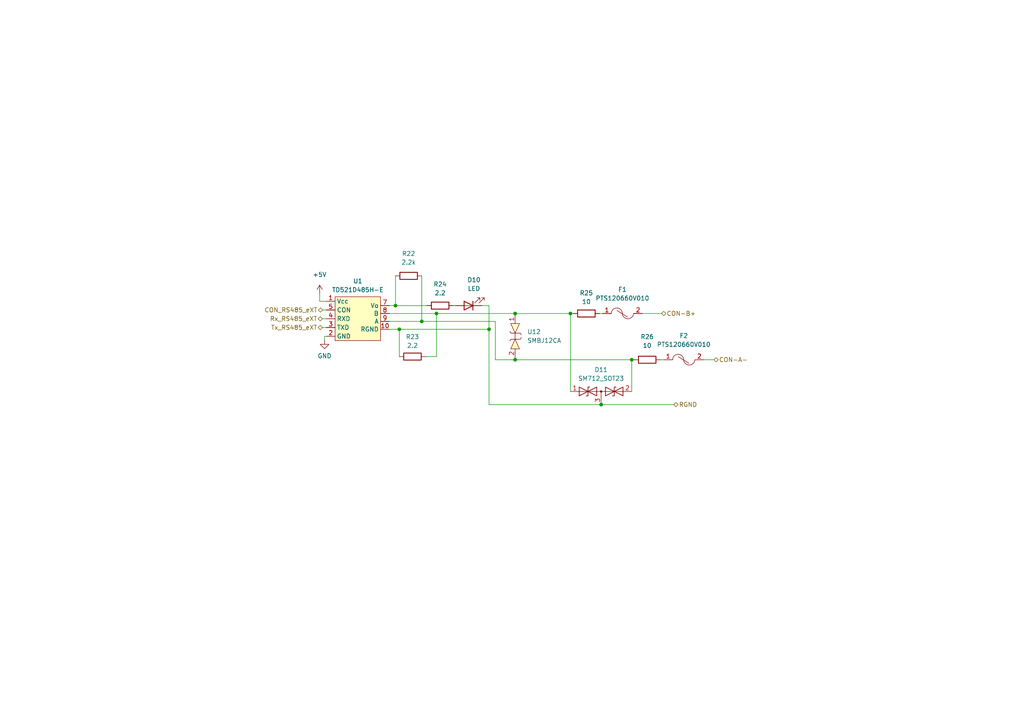
<source format=kicad_sch>
(kicad_sch (version 20211123) (generator eeschema)
  (paper "A4")
  (lib_symbols
    (symbol "Device:LED" (pin_numbers hide) (pin_names (offset 1.016) hide)
      (property "Reference" "D" (at 0 2.54 0))
      (property "Value" "LED" (at 0 -2.54 0))
      (symbol "LED_0_1"
        (polyline (pts (xy -1.27 -1.27) (xy -1.27 1.27)) (stroke (width 0.254)))
        (polyline (pts (xy -1.27 0) (xy 1.27 0)))
        (polyline (pts (xy 1.27 -1.27) (xy 1.27 1.27) (xy -1.27 0) (xy 1.27 -1.27)) (stroke (width 0.254)))
        (polyline (pts (xy -3.048 -0.762) (xy -4.572 -2.286) (xy -3.81 -2.286) (xy -4.572 -2.286) (xy -4.572 -1.524)))
        (polyline (pts (xy -1.778 -0.762) (xy -3.302 -2.286) (xy -2.54 -2.286) (xy -3.302 -2.286) (xy -3.302 -1.524)))
      )
      (symbol "LED_1_1"
        (pin passive line (at -3.81 0 0) (length 2.54) (name "K") (number "1"))
        (pin passive line (at 3.81 0 180) (length 2.54) (name "A") (number "2"))
      )
    )
    (symbol "Device:R" (pin_numbers hide) (pin_names (offset 0))
      (property "Reference" "R" (at 2.032 0 90))
      (property "Value" "R" (at 0 0 90))
      (symbol "R_0_1"
        (rectangle (start -1.016 -2.54) (end 1.016 2.54) (stroke (width 0.254)))
      )
      (symbol "R_1_1"
        (pin passive line (at 0 3.81 270) (length 1.27) (name "~") (number "1"))
        (pin passive line (at 0 -3.81 90) (length 1.27) (name "~") (number "2"))
      )
    )
    (symbol "Diode:SM712_SOT23" (pin_names (offset 1.016) hide)
      (property "Reference" "D" (at 0 4.445 0))
      (property "Value" "SM712_SOT23" (at 0 2.54 0))
      (symbol "SM712_SOT23_0_0"
        (polyline (pts (xy 0 -1.27) (xy 0 0)))
      )
      (symbol "SM712_SOT23_0_1"
        (polyline (pts (xy -6.35 0) (xy 6.35 0)))
        (polyline (pts (xy -3.302 1.27) (xy -3.81 1.27) (xy -3.81 -1.27) (xy -4.318 -1.27)) (stroke (width 0.2032)))
        (polyline (pts (xy 4.318 1.27) (xy 3.81 1.27) (xy 3.81 -1.27) (xy 3.302 -1.27)) (stroke (width 0.2032)))
        (polyline (pts (xy -6.35 -1.27) (xy -1.27 1.27) (xy -1.27 -1.27) (xy -6.35 1.27) (xy -6.35 -1.27)) (stroke (width 0.2032)))
        (polyline (pts (xy 1.27 -1.27) (xy 1.27 1.27) (xy 6.35 -1.27) (xy 6.35 1.27) (xy 1.27 -1.27)) (stroke (width 0.2032)))
        (circle (center 0 0) (radius 0.254) (fill (type outline)))
      )
      (symbol "SM712_SOT23_1_1"
        (pin passive line (at -8.89 0 0) (length 2.54) (name "A1") (number "1"))
        (pin passive line (at 8.89 0 180) (length 2.54) (name "A2") (number "2"))
        (pin input line (at 0 -3.81 90) (length 2.54) (name "common") (number "3"))
      )
    )
    (symbol "nuevos simvolos:PTS120660V010"
      (property "Reference" "F" (at 0 -2.54 0))
      (property "Value" "PTS120660V010" (at 0 -4.064 0))
      (symbol "PTS120660V010_0_1"
        (polyline (pts (xy -1.524 0.8636) (xy 1.524 -1.016)))
        (arc (start 0 0.0508) (mid -1.6196 1.6475) (end -3.1877 0))
        (arc (start 0 0.0508) (mid 1.6114 -1.7116) (end 3.2766 0))
      )
      (symbol "PTS120660V010_1_1"
        (pin input line (at -5.7404 0 0) (length 2.54) (name "") (number "1"))
        (pin output line (at 5.842 0 180) (length 2.54) (name "") (number "2"))
      )
    )
    (symbol "nuevos simvolos:SMBJ12CA"
      (property "Reference" "U" (at 6.858 5.588 0))
      (property "Value" "SMBJ12CA" (at 6.858 4.064 0))
      (symbol "SMBJ12CA_0_1"
        (polyline (pts (xy 0 7.366) (xy 0 5.588)))
        (polyline (pts (xy -1.524 5.08) (xy -1.27 5.588) (xy 1.524 5.588) (xy 1.778 6.096)))
        (polyline (pts (xy -1.524 7.874) (xy -1.27 7.366) (xy 1.524 7.366) (xy 1.778 6.858)))
        (polyline (pts (xy 0 5.588) (xy -1.27 2.794) (xy 1.27 2.794) (xy 0 5.588)) (fill (type background)))
        (polyline (pts (xy 0 7.366) (xy -1.27 10.16) (xy 1.27 10.16) (xy 0 7.366)) (fill (type background)))
      )
      (symbol "SMBJ12CA_1_1"
        (pin bidirectional line (at 0 12.7 270) (length 2.54) (name "") (number "1"))
        (pin bidirectional line (at 0 0.254 90) (length 2.54) (name "") (number "2"))
      )
    )
    (symbol "nuevos simvolos:TD521D485H-E"
      (property "Reference" "U" (at 0 0 0))
      (property "Value" "TD521D485H-E" (at 0.254 -1.524 0))
      (symbol "TD521D485H-E_0_1"
        (rectangle (start -6.35 14.224) (end 6.858 1.524) (fill (type background)))
      )
      (symbol "TD521D485H-E_1_1"
        (pin input line (at -8.89 12.954 0) (length 2.54) (name "Vcc") (number "1"))
        (pin output line (at 9.398 4.826 180) (length 2.54) (name "RGND") (number "10"))
        (pin output line (at -8.89 2.794 0) (length 2.54) (name "GND") (number "2"))
        (pin bidirectional line (at -8.89 5.334 0) (length 2.54) (name "TXD") (number "3"))
        (pin bidirectional line (at -8.89 7.874 0) (length 2.54) (name "RXD") (number "4"))
        (pin bidirectional line (at -8.89 10.414 0) (length 2.54) (name "CON") (number "5"))
        (pin output line (at 9.398 11.684 180) (length 2.54) (name "Vo") (number "7"))
        (pin bidirectional line (at 9.398 9.398 180) (length 2.54) (name "B") (number "8"))
        (pin bidirectional line (at 9.398 7.112 180) (length 2.54) (name "A") (number "9"))
      )
    )
    (symbol "power:+5V" (power) (pin_names (offset 0))
      (property "Value" "+5V" (at 0 3.556 0))
      (symbol "+5V_0_1"
        (polyline (pts (xy -0.762 1.27) (xy 0 2.54)))
        (polyline (pts (xy 0 0) (xy 0 2.54)))
        (polyline (pts (xy 0 2.54) (xy 0.762 1.27)))
      )
      (symbol "+5V_1_1"
        (pin power_in line (at 0 0 90) (length 0) hide (name "+5V") (number "1"))
      )
    )
    (symbol "power:GND" (power) (pin_names (offset 0))
      (property "Value" "GND" (at 0 -3.81 0))
      (symbol "GND_0_1"
        (polyline (pts (xy 0 0) (xy 0 -1.27) (xy 1.27 -1.27) (xy 0 -2.54) (xy -1.27 -1.27) (xy 0 -1.27)))
      )
      (symbol "GND_1_1"
        (pin power_in line (at 0 0 270) (length 0) hide (name "GND") (number "1"))
      )
    )
  )
  (junction (at 165.4556 90.932))
  (junction (at 149.4028 104.3432))
  (junction (at 114.7064 88.646))
  (junction (at 115.824 95.504))
  (junction (at 174.3456 117.348))
  (junction (at 149.4028 90.932))
  (junction (at 122.3264 93.218))
  (junction (at 141.8336 95.504))
  (junction (at 126.5936 90.932))
  (junction (at 183.2356 104.3432))
  (wire (pts (xy 183.2356 104.3432) (xy 183.896 104.3432)))
  (wire (pts (xy 93.5228 92.456) (xy 94.6404 92.456)))
  (wire (pts (xy 165.4556 113.538) (xy 165.4556 90.932)))
  (wire (pts (xy 115.824 95.504) (xy 115.824 103.4288)))
  (wire (pts (xy 94.1324 97.536) (xy 94.6404 97.536)))
  (wire (pts (xy 114.7064 80.01) (xy 114.7064 88.646)))
  (wire (pts (xy 139.7 88.646) (xy 141.8336 88.646)))
  (wire (pts (xy 122.3264 80.01) (xy 122.3264 93.218)))
  (wire (pts (xy 131.4704 88.646) (xy 132.08 88.646)))
  (wire (pts (xy 174.3456 117.348) (xy 141.8336 117.348)))
  (wire (pts (xy 143.6624 104.3432) (xy 143.6624 93.218)))
  (wire (pts (xy 165.4556 90.932) (xy 149.4028 90.932)))
  (wire (pts (xy 143.6624 93.218) (xy 122.3264 93.218)))
  (wire (pts (xy 149.4028 91.2876) (xy 149.4028 90.932)))
  (wire (pts (xy 183.2356 113.538) (xy 183.2356 104.3432)))
  (wire (pts (xy 204.1144 104.3432) (xy 207.0608 104.3432)))
  (wire (pts (xy 122.3264 93.218) (xy 112.9284 93.218)))
  (wire (pts (xy 93.5228 94.996) (xy 94.6404 94.996)))
  (wire (pts (xy 149.4028 103.7336) (xy 149.4028 104.3432)))
  (wire (pts (xy 92.71 85.2424) (xy 92.71 87.376)))
  (wire (pts (xy 141.8336 95.504) (xy 115.824 95.504)))
  (wire (pts (xy 92.71 87.376) (xy 94.6404 87.376)))
  (wire (pts (xy 93.5736 89.916) (xy 94.6404 89.916)))
  (wire (pts (xy 126.5936 90.932) (xy 126.5936 103.4288)))
  (wire (pts (xy 173.8884 90.932) (xy 174.752 90.932)))
  (wire (pts (xy 149.4028 104.3432) (xy 143.6624 104.3432)))
  (wire (pts (xy 149.4028 90.932) (xy 126.5936 90.932)))
  (wire (pts (xy 191.8716 90.932) (xy 186.3344 90.932)))
  (wire (pts (xy 112.9284 88.646) (xy 114.7064 88.646)))
  (wire (pts (xy 126.5936 103.4288) (xy 123.444 103.4288)))
  (wire (pts (xy 191.516 104.3432) (xy 192.532 104.3432)))
  (wire (pts (xy 165.4556 90.932) (xy 166.2684 90.932)))
  (wire (pts (xy 183.2356 104.3432) (xy 149.4028 104.3432)))
  (wire (pts (xy 114.7064 88.646) (xy 123.8504 88.646)))
  (wire (pts (xy 112.9284 90.932) (xy 126.5936 90.932)))
  (wire (pts (xy 174.3456 117.348) (xy 195.4276 117.348)))
  (wire (pts (xy 94.1324 98.6028) (xy 94.1324 97.536)))
  (wire (pts (xy 141.8336 117.348) (xy 141.8336 95.504)))
  (wire (pts (xy 141.8336 88.646) (xy 141.8336 95.504)))
  (wire (pts (xy 112.9284 95.504) (xy 115.824 95.504)))
  (hierarchical_label "CON-B+" (shape bidirectional) (at 191.8716 90.932 0))
  (hierarchical_label "Tx_RS485_eXT" (shape bidirectional) (at 93.5228 94.996 180))
  (hierarchical_label "RGND" (shape bidirectional) (at 195.4276 117.348 0))
  (hierarchical_label "CON-A-" (shape bidirectional) (at 207.0608 104.3432 0))
  (hierarchical_label "CON_RS485_eXT" (shape bidirectional) (at 93.5736 89.916 180))
  (hierarchical_label "Rx_RS485_eXT" (shape bidirectional) (at 93.5228 92.456 180))
  (symbol (lib_id "Device:R") (at 118.5164 80.01 90) (unit 1)
    (property "Reference" "R22" (at 118.5164 73.5584 90))
    (property "Value" "2.2k" (at 118.5164 76.0984 90))
    (property "Footprint" "Resistor_SMD:R_0805_2012Metric" (effects hide))
  )
  (symbol (lib_id "nuevos simvolos:SMBJ12CA") (at 149.4028 103.9876 0) (unit 1)
    (property "Reference" "U12" (at 152.908 96.2405 0) (effects (justify left)))
    (property "Value" "SMBJ12CA" (at 152.908 98.7805 0) (effects (justify left)))
    (property "Footprint" "nuevo simbolo:SMBJ12CA" (effects hide))
    (property "Datasheet" "https://pdf1.alldatasheet.com/datasheet-pdf/view/568474/SOCAY/SMBJ12CA.html" (effects hide))
  )
  (symbol (lib_id "Device:R") (at 170.0784 90.932 90) (unit 1)
    (property "Reference" "R25" (at 170.0784 84.9884 90))
    (property "Value" "10" (at 170.0784 87.5284 90))
    (property "Footprint" "Resistor_SMD:R_0805_2012Metric" (effects hide))
  )
  (symbol (lib_id "power:GND") (at 94.1324 98.6028 0) (unit 1)
    (property "Reference" "#PWR0132" (effects hide))
    (property "Value" "GND" (at 94.1324 103.2256 0))
  )
  (symbol (lib_id "Device:R") (at 187.706 104.3432 90) (unit 1)
    (property "Reference" "R26" (at 187.706 97.6884 90))
    (property "Value" "10" (at 187.706 100.2284 90))
    (property "Footprint" "Resistor_SMD:R_0805_2012Metric" (effects hide))
  )
  (symbol (lib_id "nuevos simvolos:PTS120660V010") (at 198.2724 104.3432 0) (unit 1)
    (property "Reference" "F2" (at 198.3232 97.3836 0))
    (property "Value" "PTS120660V010" (at 198.3232 99.9236 0))
    (property "Footprint" "Nueva carpeta:RESC3115X65N" (effects hide))
    (property "Datasheet" "https://www.mouser.com/datasheet/2/87/eaton_pts1206_6_60_volt_dc_surface_mount_resettabl-1608737.pdf" (effects hide))
  )
  (symbol (lib_id "power:+5V") (at 92.71 85.2424 0) (unit 1)
    (property "Reference" "#PWR0131" (effects hide))
    (property "Value" "+5V" (at 92.71 79.6544 0))
  )
  (symbol (lib_id "Device:R") (at 119.634 103.4288 90) (unit 1)
    (property "Reference" "R23" (at 119.634 97.6884 90))
    (property "Value" "2.2" (at 119.634 100.2284 90))
    (property "Footprint" "Resistor_SMD:R_0805_2012Metric" (effects hide))
  )
  (symbol (lib_id "Device:R") (at 127.6604 88.646 90) (unit 1)
    (property "Reference" "R24" (at 127.6604 82.4484 90))
    (property "Value" "2.2" (at 127.6604 84.9884 90))
    (property "Footprint" "Resistor_SMD:R_0805_2012Metric" (effects hide))
  )
  (symbol (lib_id "nuevos simvolos:PTS120660V010") (at 180.4924 90.932 0) (unit 1)
    (property "Reference" "F1" (at 180.5432 83.9724 0))
    (property "Value" "PTS120660V010" (at 180.5432 86.5124 0))
    (property "Footprint" "Nueva carpeta:RESC3115X65N" (effects hide))
    (property "Datasheet" "https://www.mouser.com/datasheet/2/87/eaton_pts1206_6_60_volt_dc_surface_mount_resettabl-1608737.pdf" (effects hide))
  )
  (symbol (lib_id "nuevos simvolos:TD521D485H-E") (at 103.5304 100.33 0) (unit 1)
    (property "Reference" "U1" (at 103.7844 81.534 0))
    (property "Value" "TD521D485H-E" (at 103.7844 84.074 0))
    (property "Footprint" "nuevo simbolo:TD521D485H-E" (effects hide))
    (property "Datasheet" "https://www.digchip.com/datasheets/parts/datasheet/2/1007/TD521D485H-E-pdf.php" (effects hide))
  )
  (symbol (lib_id "Device:LED") (at 135.89 88.646 180) (unit 1)
    (property "Reference" "D10" (at 137.4775 81.1784 0))
    (property "Value" "LED" (at 137.4775 83.7184 0))
    (property "Footprint" "LED_SMD:LED_0805_2012Metric" (effects hide))
  )
  (symbol (lib_id "Diode:SM712_SOT23") (at 174.3456 113.538 0) (unit 1)
    (property "Reference" "D11" (at 174.3456 107.2388 0))
    (property "Value" "SM712_SOT23" (at 174.3456 109.7788 0))
    (property "Footprint" "Package_TO_SOT_SMD:SOT-23" (effects hide))
    (property "Datasheet" "https://www.littelfuse.com/~/media/electronics/datasheets/tvs_diode_arrays/littelfuse_tvs_diode_array_sm712_datasheet.pdf.pdf" (effects hide))
  )
)
</source>
